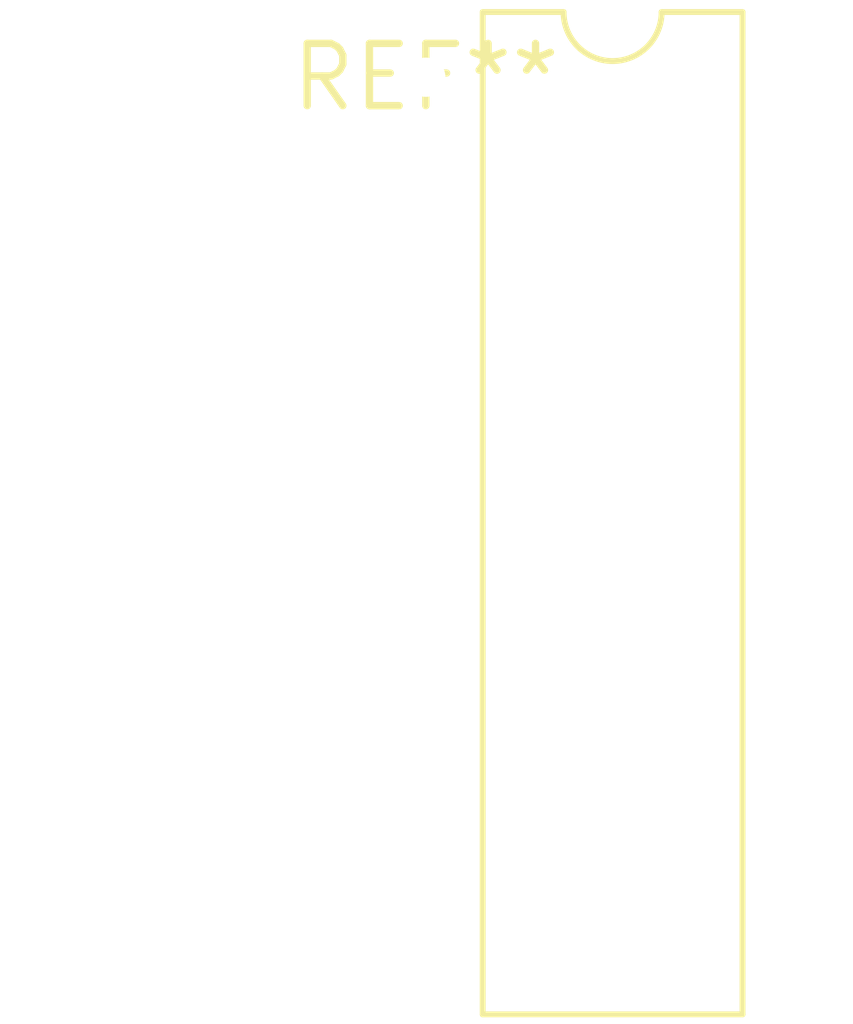
<source format=kicad_pcb>
(kicad_pcb (version 20240108) (generator pcbnew)
  (layers (0 "F.Cu" signal) (31 "B.Cu" signal) (34 "B.Paste" user) (35 "F.Paste" user) (36 "B.SilkS" user "B.Silkscreen") (37 "F.SilkS" user "F.Silkscreen") (38 "B.Mask" user) (39 "F.Mask" user) (44 "Edge.Cuts" user))
  (net 0 "")
  (footprint "DIP-16_W7.62mm" (layer "F.Cu") (at 0 0)
    (property "Reference" "REF**")
    (property "Value" "DIP-16_W7.62mm")
    (fp_line (start 1.16 -1.33) (end 1.16 19.11) (layer "F.SilkS") (stroke (width 0.12)))
    (fp_line (start 1.16 19.11) (end 6.46 19.11) (layer "F.SilkS") (stroke (width 0.12)))
    (fp_line (start 2.81 -1.33) (end 1.16 -1.33) (layer "F.SilkS") (stroke (width 0.12)))
    (fp_line (start 6.46 -1.33) (end 4.81 -1.33) (layer "F.SilkS") (stroke (width 0.12)))
    (fp_line (start 6.46 19.11) (end 6.46 -1.33) (layer "F.SilkS") (stroke (width 0.12)))
    (fp_arc (start 4.81 -1.33) (mid 3.81 -0.33) (end 2.81 -1.33) (layer "F.SilkS") (stroke (width 0.12)))
    (pad "1" thru_hole rect (at 0 0) (size 1.6 1.6) (drill 0.8) (layers *.Cu *.Mask) (remove_unused_layers))
    (pad "2" thru_hole oval (at 0 2.54) (size 1.6 1.6) (drill 0.8) (layers *.Cu *.Mask) (remove_unused_layers))
    (pad "3" thru_hole oval (at 0 5.08) (size 1.6 1.6) (drill 0.8) (layers *.Cu *.Mask) (remove_unused_layers))
    (pad "4" thru_hole oval (at 0 7.62) (size 1.6 1.6) (drill 0.8) (layers *.Cu *.Mask) (remove_unused_layers))
    (pad "5" thru_hole oval (at 0 10.16) (size 1.6 1.6) (drill 0.8) (layers *.Cu *.Mask) (remove_unused_layers))
    (pad "6" thru_hole oval (at 0 12.7) (size 1.6 1.6) (drill 0.8) (layers *.Cu *.Mask) (remove_unused_layers))
    (pad "7" thru_hole oval (at 0 15.24) (size 1.6 1.6) (drill 0.8) (layers *.Cu *.Mask) (remove_unused_layers))
    (pad "8" thru_hole oval (at 0 17.78) (size 1.6 1.6) (drill 0.8) (layers *.Cu *.Mask) (remove_unused_layers))
    (pad "9" thru_hole oval (at 7.62 17.78) (size 1.6 1.6) (drill 0.8) (layers *.Cu *.Mask) (remove_unused_layers))
    (pad "10" thru_hole oval (at 7.62 15.24) (size 1.6 1.6) (drill 0.8) (layers *.Cu *.Mask) (remove_unused_layers))
    (pad "11" thru_hole oval (at 7.62 12.7) (size 1.6 1.6) (drill 0.8) (layers *.Cu *.Mask) (remove_unused_layers))
    (pad "12" thru_hole oval (at 7.62 10.16) (size 1.6 1.6) (drill 0.8) (layers *.Cu *.Mask) (remove_unused_layers))
    (pad "13" thru_hole oval (at 7.62 7.62) (size 1.6 1.6) (drill 0.8) (layers *.Cu *.Mask) (remove_unused_layers))
    (pad "14" thru_hole oval (at 7.62 5.08) (size 1.6 1.6) (drill 0.8) (layers *.Cu *.Mask) (remove_unused_layers))
    (pad "15" thru_hole oval (at 7.62 2.54) (size 1.6 1.6) (drill 0.8) (layers *.Cu *.Mask) (remove_unused_layers))
    (pad "16" thru_hole oval (at 7.62 0) (size 1.6 1.6) (drill 0.8) (layers *.Cu *.Mask) (remove_unused_layers))
  )
)
</source>
